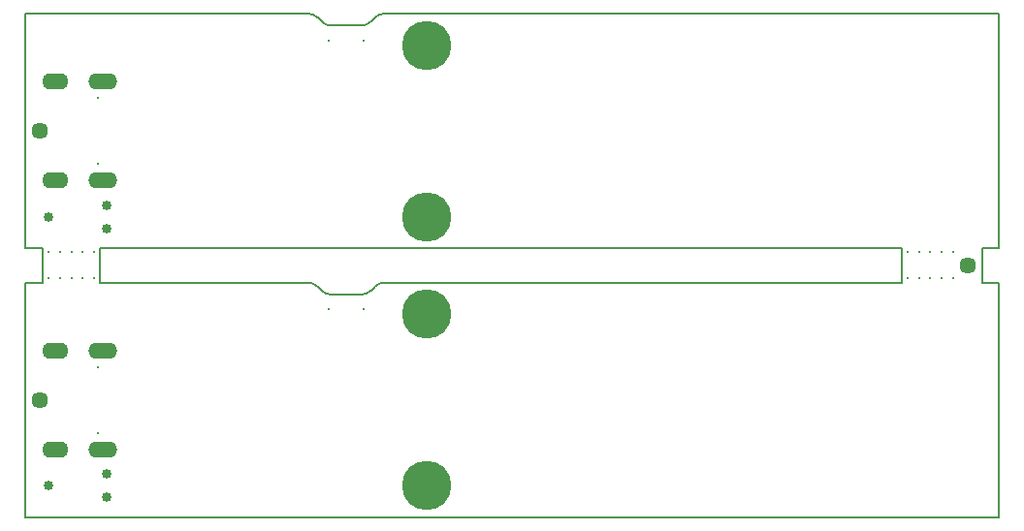
<source format=gbs>
G04*
G04 #@! TF.GenerationSoftware,Altium Limited,Altium Designer,20.0.7 (75)*
G04*
G04 Layer_Color=16711935*
%FSLAX44Y44*%
%MOMM*%
G71*
G01*
G75*
%ADD14C,0.2032*%
%ADD72C,1.4480*%
%ADD73C,0.2032*%
%ADD74O,2.3032X1.4032*%
%ADD75O,2.5032X1.4032*%
%ADD76C,0.8500*%
%ADD77C,4.3032*%
D14*
X-166535Y-21964D02*
G03*
X-158000Y-25500I8536J8536D01*
G01*
X-169965Y-18535D02*
G03*
X-178500Y-15000I-8536J-8536D01*
G01*
X-169965Y-18536D02*
G03*
X-169965Y-18535I0J0D01*
G01*
X-169964Y-18536D02*
G03*
X-169964Y-18536I0J0D01*
G01*
X-166535Y-21965D02*
G03*
X-166536Y-21964I0J0D01*
G01*
X-111500Y-15000D02*
G03*
X-120035Y-18535I0J-12071D01*
G01*
X-132000Y-25500D02*
G03*
X-123464Y-21964I0J12071D01*
G01*
X-132000Y209500D02*
G03*
X-123464Y213036I0J12071D01*
G01*
X-111500Y220000D02*
G03*
X-120035Y216465I0J-12071D01*
G01*
X-166535Y213035D02*
G03*
X-166536Y213036I0J0D01*
G01*
X-169964Y216464D02*
G03*
X-169964Y216464I0J0D01*
G01*
X-169965Y216464D02*
G03*
X-169965Y216465I0J0D01*
G01*
X-169965D02*
G03*
X-178500Y220000I-8536J-8536D01*
G01*
X-166535Y213036D02*
G03*
X-158000Y209500I8536J8536D01*
G01*
X425000Y15000D02*
Y220000D01*
X410000Y15000D02*
X425000D01*
X410000Y-15000D02*
X425000D01*
X410000D02*
Y15000D01*
X-111500Y-15000D02*
X340000D01*
X-425000Y-220000D02*
Y-15000D01*
X-360000D02*
X-178500D01*
X-169964Y-18536D02*
X-166536Y-21964D01*
X-123464D02*
X-120036Y-18536D01*
X-145000Y-25500D02*
X-132000D01*
X-158000D02*
X-145000D01*
X-111500Y220000D02*
X425000Y220000D01*
X-425000Y-15000D02*
X-410000D01*
X-360000Y15000D02*
X340000D01*
X-425000D02*
X-410000D01*
X340000Y-15000D02*
Y15000D01*
X-360000Y-15000D02*
Y15000D01*
X-410000Y-15000D02*
X-410000Y15000D01*
X-158000Y209500D02*
X-145000D01*
X-132000D01*
X-425000Y220000D02*
X-178500D01*
X-123464Y213036D02*
X-120036Y216464D01*
X-169964D02*
X-166536Y213036D01*
X-425000Y15000D02*
Y220000D01*
X425000Y-220000D02*
Y-15000D01*
X-425000Y-220000D02*
X425000D01*
D72*
X-412500Y117500D02*
D03*
Y-117500D02*
D03*
X397500Y0D02*
D03*
D73*
X385000Y-11500D02*
D03*
X375000D02*
D03*
X365000D02*
D03*
X355000D02*
D03*
X345000D02*
D03*
X385000Y11500D02*
D03*
X375000D02*
D03*
X365000D02*
D03*
X355000D02*
D03*
X345000D02*
D03*
X-365000D02*
D03*
X-375000D02*
D03*
X-385000D02*
D03*
X-395000D02*
D03*
X-405000D02*
D03*
X-365000Y-11500D02*
D03*
X-375000D02*
D03*
X-385000D02*
D03*
X-395000D02*
D03*
X-405000D02*
D03*
X-362200Y146400D02*
D03*
Y88600D02*
D03*
X-160000Y196500D02*
D03*
X-130000D02*
D03*
X-362200Y-146400D02*
D03*
Y-88600D02*
D03*
X-130000Y-38500D02*
D03*
X-160000D02*
D03*
D74*
X-399000Y74300D02*
D03*
Y160700D02*
D03*
Y-74300D02*
D03*
Y-160700D02*
D03*
D75*
X-357200Y74300D02*
D03*
Y160700D02*
D03*
Y-74300D02*
D03*
Y-160700D02*
D03*
D76*
X-405400Y42500D02*
D03*
X-354600Y52660D02*
D03*
Y32340D02*
D03*
Y-202660D02*
D03*
Y-182340D02*
D03*
X-405400Y-192500D02*
D03*
D77*
X-75000Y192500D02*
D03*
Y42500D02*
D03*
Y-42500D02*
D03*
Y-192500D02*
D03*
M02*

</source>
